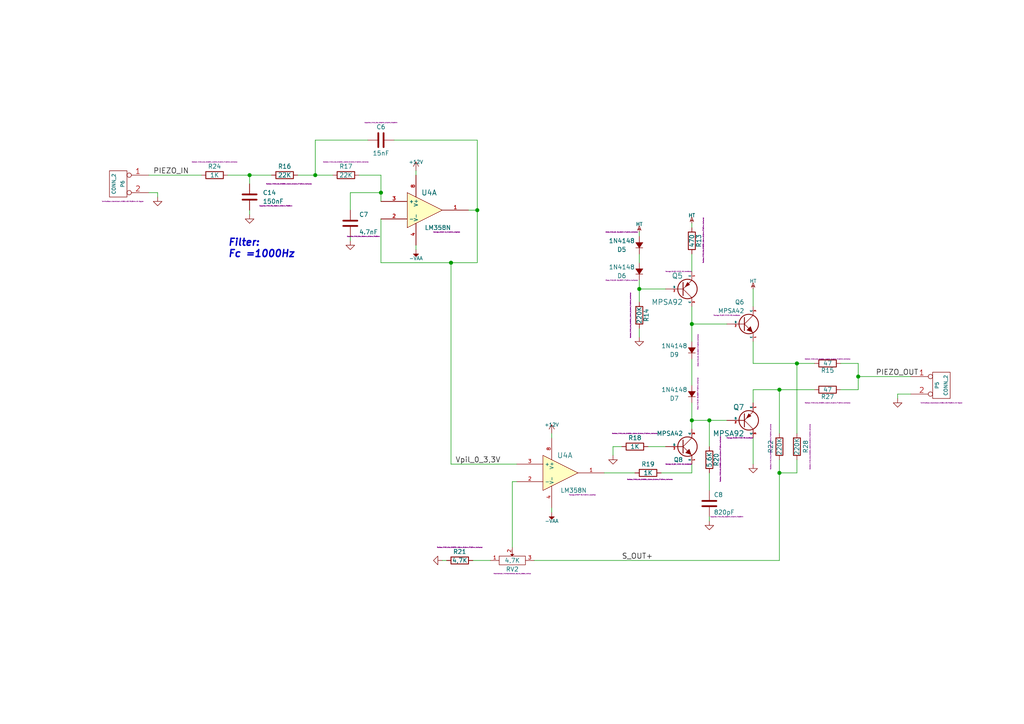
<source format=kicad_sch>
(kicad_sch (version 20210126) (generator eeschema)
  (paper "A4")
  (title_block (title "Complex hierarchy: demo") (date "2017-01-15") (rev "1"))
  (lib_symbols
    (symbol "complex_hierarchy_schlib:+12V" (power) (pin_names (offset 0))
      (property "Value" "+12V" (at 0 3.556 0))
      (symbol "+12V_0_1"
        (polyline (pts (xy -0.762 1.27) (xy 0 2.54)))
        (polyline (pts (xy 0 0) (xy 0 2.54)))
        (polyline (pts (xy 0 2.54) (xy 0.762 1.27)))
      )
      (symbol "+12V_1_1"
        (pin power_in line (at 0 0 90) (length 0) hide (name "+12V") (number "1"))
      )
    )
    (symbol "complex_hierarchy_schlib:-VAA" (power) (pin_names (offset 0))
      (property "Value" "-VAA" (at 0 2.54 0))
      (symbol "-VAA_0_0"
        (pin power_in line (at 0 0 90) (length 0) hide (name "-VAA") (number "1"))
      )
      (symbol "-VAA_0_1"
        (polyline (pts (xy 0 0) (xy 0 1.27) (xy 0 1.27)))
        (polyline (pts (xy 0 2.032) (xy 0.762 1.27) (xy -0.508 1.27) (xy -0.762 1.27) (xy 0 2.032) (xy 0 2.032) (xy 0 2.032)) (fill (type outline)))
      )
    )
    (symbol "complex_hierarchy_schlib:C" (pin_numbers hide) (pin_names (offset 0.254))
      (property "Reference" "C" (at 0.635 2.54 0))
      (property "Value" "C" (at 0.635 -2.54 0))
      (symbol "C_0_1"
        (polyline (pts (xy -2.032 -0.762) (xy 2.032 -0.762)) (stroke (width 0.508)))
        (polyline (pts (xy -2.032 0.762) (xy 2.032 0.762)) (stroke (width 0.508)))
      )
      (symbol "C_1_1"
        (pin passive line (at 0 3.81 270) (length 2.794) (name "~") (number "1"))
        (pin passive line (at 0 -3.81 90) (length 2.794) (name "~") (number "2"))
      )
    )
    (symbol "complex_hierarchy_schlib:CONN_2" (pin_names (offset 1.016) hide)
      (property "Reference" "P" (at -1.27 0 90))
      (property "Value" "CONN_2" (at 1.27 0 90))
      (symbol "CONN_2_0_1"
        (rectangle (start -2.54 3.81) (end 2.54 -3.81))
      )
      (symbol "CONN_2_1_1"
        (pin passive inverted (at -8.89 2.54 0) (length 6.35) (name "P1") (number "1"))
        (pin passive inverted (at -8.89 -2.54 0) (length 6.35) (name "PM") (number "2"))
      )
    )
    (symbol "complex_hierarchy_schlib:D_Small" (pin_numbers hide) (pin_names (offset 0.254) hide)
      (property "Reference" "D" (at -1.27 2.032 0))
      (property "Value" "D_Small" (at -3.81 -2.032 0))
      (symbol "D_Small_0_1"
        (polyline (pts (xy -0.762 -1.016) (xy -0.762 1.016)))
        (polyline (pts (xy 0.762 -1.016) (xy -0.762 0) (xy 0.762 1.016) (xy 0.762 -1.016)) (fill (type outline)))
      )
      (symbol "D_Small_1_1"
        (pin passive line (at -2.54 0 0) (length 1.778) (name "K") (number "1"))
        (pin passive line (at 2.54 0 180) (length 1.778) (name "A") (number "2"))
      )
    )
    (symbol "complex_hierarchy_schlib:GND" (power) (pin_names (offset 0))
      (property "Value" "GND" (at 0 -3.1242 0))
      (symbol "GND_0_1"
        (polyline (pts (xy 0 0) (xy 0 -1.27) (xy 1.27 -1.27) (xy 0 -2.54) (xy -1.27 -1.27) (xy 0 -1.27)))
      )
      (symbol "GND_1_1"
        (pin power_in line (at 0 0 270) (length 0) hide (name "GND") (number "1"))
      )
    )
    (symbol "complex_hierarchy_schlib:HT" (power) (pin_names (offset 0))
      (property "Value" "HT" (at 0 2.286 0))
      (symbol "HT_0_0"
        (pin power_in line (at 0 0 90) (length 0) hide (name "HT") (number "1"))
      )
      (symbol "HT_0_1"
        (polyline (pts (xy 0 0) (xy 0 1.016) (xy 0 1.016)))
        (polyline (pts (xy 0 1.016) (xy 0.508 0.508) (xy 0 1.778) (xy -0.508 0.508) (xy 0 1.016) (xy 0 1.016)))
      )
    )
    (symbol "complex_hierarchy_schlib:LM358N"
      (property "Reference" "U" (at -1.27 5.08 0))
      (property "Value" "LM358N" (at -1.27 -6.35 0))
      (symbol "LM358N_0_1"
        (polyline (pts (xy -5.08 5.08) (xy 5.08 0) (xy -5.08 -5.08) (xy -5.08 5.08)) (stroke (width 0.1524)) (fill (type background)))
        (pin power_in line (at -2.54 -10.16 90) (length 6.35) (name "V-") (number "4"))
        (pin power_in line (at -2.54 10.16 270) (length 6.35) (name "V+") (number "8"))
      )
      (symbol "LM358N_1_1"
        (pin output line (at 12.7 0 180) (length 7.62) (name "~") (number "1"))
        (pin input line (at -12.7 -2.54 0) (length 7.62) (name "-") (number "2"))
        (pin input line (at -12.7 2.54 0) (length 7.62) (name "+") (number "3"))
      )
      (symbol "LM358N_2_1"
        (pin input line (at -12.7 2.54 0) (length 7.62) (name "+") (number "5"))
        (pin input line (at -12.7 -2.54 0) (length 7.62) (name "-") (number "6"))
        (pin output line (at 12.7 0 180) (length 7.62) (name "~") (number "7"))
      )
    )
    (symbol "complex_hierarchy_schlib:MPSA42" (pin_names (offset 0))
      (property "Reference" "Q" (at 3.81 -3.81 0))
      (property "Value" "MPSA42" (at 3.81 3.81 0))
      (symbol "MPSA42_0_1"
        (circle (center 1.27 0) (radius 2.8194) (stroke (width 0.254)))
        (polyline (pts (xy 0 0) (xy 2.54 2.54)))
        (polyline (pts (xy 0 1.905) (xy 0 -1.905) (xy 0 -1.905)) (stroke (width 0.254)))
        (polyline (pts (xy 1.27 -1.27) (xy 0 0) (xy 0 0)))
        (polyline (pts (xy 2.286 -2.286) (xy 2.54 -2.54) (xy 2.54 -2.54)))
        (polyline (pts (xy 2.286 -2.286) (xy 1.778 -0.762) (xy 0.762 -1.778) (xy 2.286 -2.286) (xy 2.286 -2.286)) (fill (type outline)))
      )
      (symbol "MPSA42_1_1"
        (pin passive line (at 2.54 -5.08 90) (length 2.54) (name "E") (number "1"))
        (pin input line (at -5.08 0 0) (length 5.08) (name "B") (number "2"))
        (pin passive line (at 2.54 5.08 270) (length 2.54) (name "C") (number "3"))
      )
    )
    (symbol "complex_hierarchy_schlib:MPSA92" (pin_names (offset 0))
      (property "Reference" "Q" (at 3.81 -3.81 0))
      (property "Value" "MPSA92" (at 3.81 3.81 0))
      (symbol "MPSA92_0_1"
        (circle (center 1.27 0) (radius 2.8194) (stroke (width 0.254)))
        (polyline (pts (xy 0 0) (xy 2.54 2.54)))
        (polyline (pts (xy 0.635 -0.635) (xy 0 0) (xy 0 0)))
        (polyline (pts (xy 2.54 -2.54) (xy 1.651 -1.651) (xy 1.651 -1.651)))
        (polyline (pts (xy 0 1.905) (xy 0 -1.905) (xy 0 -1.905)) (stroke (width 0.254)) (fill (type outline)))
        (polyline (pts (xy 0.635 -0.635) (xy 1.27 -1.905) (xy 1.905 -1.27) (xy 0.635 -0.635) (xy 0.635 -0.635)) (fill (type outline)))
      )
      (symbol "MPSA92_1_1"
        (pin passive line (at 2.54 -5.08 90) (length 2.54) (name "E") (number "1"))
        (pin input line (at -5.08 0 0) (length 5.08) (name "B") (number "2"))
        (pin passive line (at 2.54 5.08 270) (length 2.54) (name "C") (number "3"))
      )
    )
    (symbol "complex_hierarchy_schlib:POT" (pin_names (offset 1.016) hide)
      (property "Reference" "RV" (at 0 -2.54 0))
      (property "Value" "POT" (at 0 0 0))
      (symbol "POT_0_1"
        (rectangle (start -3.81 1.27) (end 3.81 -1.27))
        (polyline (pts (xy 0 1.27) (xy -0.508 1.778) (xy 0.508 1.778)) (fill (type outline)))
      )
      (symbol "POT_1_1"
        (pin passive line (at -6.35 0 0) (length 2.54) (name "1") (number "1"))
        (pin passive line (at 0 3.81 270) (length 2.032) (name "2") (number "2"))
        (pin passive line (at 6.35 0 180) (length 2.54) (name "3") (number "3"))
      )
    )
    (symbol "complex_hierarchy_schlib:R" (pin_numbers hide) (pin_names (offset 0))
      (property "Reference" "R" (at 2.032 0 90))
      (property "Value" "R" (at 0 0 90))
      (symbol "R_0_1"
        (rectangle (start -1.016 -2.54) (end 1.016 2.54) (stroke (width 0.254)))
      )
      (symbol "R_1_1"
        (pin passive line (at 0 3.81 270) (length 1.27) (name "~") (number "1"))
        (pin passive line (at 0 -3.81 90) (length 1.27) (name "~") (number "2"))
      )
    )
  )
  (junction (at 72.39 50.8) (diameter 1.016))
  (junction (at 91.44 50.8) (diameter 1.016))
  (junction (at 110.49 55.88) (diameter 1.016))
  (junction (at 130.81 76.2) (diameter 1.016))
  (junction (at 138.43 60.96) (diameter 1.016))
  (junction (at 185.42 83.82) (diameter 1.016))
  (junction (at 200.66 93.98) (diameter 1.016))
  (junction (at 200.66 121.92) (diameter 1.016))
  (junction (at 205.74 121.92) (diameter 1.016))
  (junction (at 226.06 113.03) (diameter 1.016))
  (junction (at 226.06 137.16) (diameter 1.016))
  (junction (at 231.14 105.41) (diameter 1.016))
  (junction (at 248.92 109.22) (diameter 1.016))
  (wire (pts (xy 43.18 55.88) (xy 45.72 55.88)))
  (wire (pts (xy 45.72 55.88) (xy 45.72 57.15)))
  (wire (pts (xy 58.42 50.8) (xy 43.18 50.8)))
  (wire (pts (xy 66.04 50.8) (xy 72.39 50.8)))
  (wire (pts (xy 72.39 50.8) (xy 78.74 50.8)))
  (wire (pts (xy 72.39 53.34) (xy 72.39 50.8)))
  (wire (pts (xy 72.39 62.23) (xy 72.39 60.96)))
  (wire (pts (xy 86.36 50.8) (xy 91.44 50.8)))
  (wire (pts (xy 91.44 40.64) (xy 91.44 50.8)))
  (wire (pts (xy 91.44 50.8) (xy 96.52 50.8)))
  (wire (pts (xy 101.6 55.88) (xy 101.6 60.96)))
  (wire (pts (xy 101.6 69.85) (xy 101.6 68.58)))
  (wire (pts (xy 106.68 40.64) (xy 91.44 40.64)))
  (wire (pts (xy 110.49 50.8) (xy 104.14 50.8)))
  (wire (pts (xy 110.49 50.8) (xy 110.49 55.88)))
  (wire (pts (xy 110.49 55.88) (xy 101.6 55.88)))
  (wire (pts (xy 110.49 55.88) (xy 110.49 58.42)))
  (wire (pts (xy 110.49 63.5) (xy 110.49 76.2)))
  (wire (pts (xy 110.49 76.2) (xy 130.81 76.2)))
  (wire (pts (xy 120.65 49.53) (xy 120.65 50.8)))
  (wire (pts (xy 120.65 72.39) (xy 120.65 71.12)))
  (wire (pts (xy 128.27 162.56) (xy 129.54 162.56)))
  (wire (pts (xy 130.81 76.2) (xy 138.43 76.2)))
  (wire (pts (xy 130.81 134.62) (xy 130.81 76.2)))
  (wire (pts (xy 135.89 60.96) (xy 138.43 60.96)))
  (wire (pts (xy 137.16 162.56) (xy 142.24 162.56)))
  (wire (pts (xy 138.43 40.64) (xy 114.3 40.64)))
  (wire (pts (xy 138.43 60.96) (xy 138.43 40.64)))
  (wire (pts (xy 138.43 76.2) (xy 138.43 60.96)))
  (wire (pts (xy 148.59 139.7) (xy 149.86 139.7)))
  (wire (pts (xy 148.59 158.75) (xy 148.59 139.7)))
  (wire (pts (xy 149.86 134.62) (xy 130.81 134.62)))
  (wire (pts (xy 160.02 125.73) (xy 160.02 127)))
  (wire (pts (xy 160.02 148.59) (xy 160.02 147.32)))
  (wire (pts (xy 175.26 137.16) (xy 184.15 137.16)))
  (wire (pts (xy 177.8 129.54) (xy 177.8 132.08)))
  (wire (pts (xy 180.34 129.54) (xy 177.8 129.54)))
  (wire (pts (xy 185.42 68.58) (xy 185.42 67.31)))
  (wire (pts (xy 185.42 76.2) (xy 185.42 73.66)))
  (wire (pts (xy 185.42 81.28) (xy 185.42 83.82)))
  (wire (pts (xy 185.42 83.82) (xy 185.42 87.63)))
  (wire (pts (xy 185.42 95.25) (xy 185.42 97.79)))
  (wire (pts (xy 187.96 129.54) (xy 193.04 129.54)))
  (wire (pts (xy 193.04 83.82) (xy 185.42 83.82)))
  (wire (pts (xy 200.66 64.77) (xy 200.66 66.04)))
  (wire (pts (xy 200.66 73.66) (xy 200.66 78.74)))
  (wire (pts (xy 200.66 88.9) (xy 200.66 93.98)))
  (wire (pts (xy 200.66 93.98) (xy 200.66 99.06)))
  (wire (pts (xy 200.66 104.14) (xy 200.66 111.76)))
  (wire (pts (xy 200.66 116.84) (xy 200.66 121.92)))
  (wire (pts (xy 200.66 121.92) (xy 200.66 124.46)))
  (wire (pts (xy 200.66 121.92) (xy 205.74 121.92)))
  (wire (pts (xy 200.66 134.62) (xy 200.66 137.16)))
  (wire (pts (xy 200.66 137.16) (xy 191.77 137.16)))
  (wire (pts (xy 205.74 121.92) (xy 205.74 129.54)))
  (wire (pts (xy 205.74 121.92) (xy 210.82 121.92)))
  (wire (pts (xy 205.74 137.16) (xy 205.74 142.24)))
  (wire (pts (xy 205.74 149.86) (xy 205.74 151.13)))
  (wire (pts (xy 210.82 93.98) (xy 200.66 93.98)))
  (wire (pts (xy 218.44 83.82) (xy 218.44 88.9)))
  (wire (pts (xy 218.44 105.41) (xy 218.44 99.06)))
  (wire (pts (xy 218.44 105.41) (xy 231.14 105.41)))
  (wire (pts (xy 218.44 113.03) (xy 218.44 116.84)))
  (wire (pts (xy 218.44 113.03) (xy 226.06 113.03)))
  (wire (pts (xy 218.44 127) (xy 218.44 134.62)))
  (wire (pts (xy 226.06 113.03) (xy 226.06 125.73)))
  (wire (pts (xy 226.06 113.03) (xy 236.22 113.03)))
  (wire (pts (xy 226.06 133.35) (xy 226.06 137.16)))
  (wire (pts (xy 226.06 137.16) (xy 226.06 162.56)))
  (wire (pts (xy 226.06 137.16) (xy 231.14 137.16)))
  (wire (pts (xy 226.06 162.56) (xy 154.94 162.56)))
  (wire (pts (xy 231.14 105.41) (xy 236.22 105.41)))
  (wire (pts (xy 231.14 125.73) (xy 231.14 105.41)))
  (wire (pts (xy 231.14 137.16) (xy 231.14 133.35)))
  (wire (pts (xy 248.92 105.41) (xy 243.84 105.41)))
  (wire (pts (xy 248.92 105.41) (xy 248.92 109.22)))
  (wire (pts (xy 248.92 109.22) (xy 248.92 113.03)))
  (wire (pts (xy 248.92 109.22) (xy 264.16 109.22)))
  (wire (pts (xy 248.92 113.03) (xy 243.84 113.03)))
  (wire (pts (xy 260.35 114.3) (xy 260.35 115.57)))
  (wire (pts (xy 264.16 114.3) (xy 260.35 114.3)))
  (text "Filter:\nFc =1000Hz" (at 66.04 74.93 0) (effects (font (size 2.032 2.032) (thickness 0.4064) bold italic) (justify left bottom)))
  (label "PIEZO_IN" (at 44.45 50.8 0) (effects (font (size 1.524 1.524))))
  (label "Vpil_0_3,3V" (at 132.08 134.62 0) (effects (font (size 1.524 1.524))))
  (label "S_OUT+" (at 180.34 162.56 0) (effects (font (size 1.524 1.524))))
  (label "PIEZO_OUT" (at 254 109.22 0) (effects (font (size 1.524 1.524))))
  (symbol (lib_id "complex_hierarchy_schlib:HT") (at 185.42 67.31 0)
    (property "Reference" "#PWR031" (effects hide))
    (property "Value" "HT" (at 185.42 65.024 0) (effects (font (size 1.016 1.016))))
  )
  (symbol (lib_id "complex_hierarchy_schlib:HT") (at 200.66 64.77 0)
    (property "Reference" "#PWR032" (effects hide))
    (property "Value" "HT" (at 200.66 62.484 0) (effects (font (size 1.016 1.016))))
  )
  (symbol (lib_id "complex_hierarchy_schlib:HT") (at 218.44 83.82 0)
    (property "Reference" "#PWR033" (effects hide))
    (property "Value" "HT" (at 218.44 81.534 0) (effects (font (size 1.016 1.016))))
  )
  (symbol (lib_id "complex_hierarchy_schlib:-VAA") (at 120.65 72.39 180)
    (property "Reference" "#PWR022" (effects hide))
    (property "Value" "-VAA" (at 120.65 74.93 0) (effects (font (size 1.016 1.016))))
  )
  (symbol (lib_id "complex_hierarchy_schlib:-VAA") (at 160.02 148.59 180)
    (property "Reference" "#PWR021" (effects hide))
    (property "Value" "-VAA" (at 160.02 151.13 0) (effects (font (size 1.016 1.016))))
  )
  (symbol (lib_id "complex_hierarchy_schlib:+12V") (at 120.65 49.53 0)
    (property "Reference" "#U034" (effects hide))
    (property "Value" "+12V" (at 120.65 46.99 0) (effects (font (size 1.016 1.016))))
  )
  (symbol (lib_id "complex_hierarchy_schlib:+12V") (at 160.02 125.73 0)
    (property "Reference" "#U026" (effects hide))
    (property "Value" "+12V" (at 160.02 123.19 0) (effects (font (size 1.016 1.016))))
  )
  (symbol (lib_id "complex_hierarchy_schlib:GND") (at 45.72 57.15 0)
    (property "Reference" "#PWR027" (effects hide))
    (property "Value" "GND" (effects hide))
  )
  (symbol (lib_id "complex_hierarchy_schlib:GND") (at 72.39 62.23 0)
    (property "Reference" "#PWR020" (effects hide))
    (property "Value" "GND" (effects hide))
  )
  (symbol (lib_id "complex_hierarchy_schlib:GND") (at 101.6 69.85 0)
    (property "Reference" "#PWR028" (effects hide))
    (property "Value" "GND" (effects hide))
  )
  (symbol (lib_id "complex_hierarchy_schlib:GND") (at 128.27 162.56 270)
    (property "Reference" "#PWR030" (effects hide))
    (property "Value" "GND" (effects hide))
  )
  (symbol (lib_id "complex_hierarchy_schlib:GND") (at 177.8 132.08 0)
    (property "Reference" "#PWR024" (effects hide))
    (property "Value" "GND" (effects hide))
  )
  (symbol (lib_id "complex_hierarchy_schlib:GND") (at 185.42 97.79 0)
    (property "Reference" "#PWR025" (effects hide))
    (property "Value" "GND" (effects hide))
  )
  (symbol (lib_id "complex_hierarchy_schlib:GND") (at 205.74 151.13 0)
    (property "Reference" "#PWR019" (effects hide))
    (property "Value" "GND" (effects hide))
  )
  (symbol (lib_id "complex_hierarchy_schlib:GND") (at 218.44 134.62 0)
    (property "Reference" "#PWR023" (effects hide))
    (property "Value" "GND" (effects hide))
  )
  (symbol (lib_id "complex_hierarchy_schlib:GND") (at 260.35 115.57 0)
    (property "Reference" "#PWR029" (effects hide))
    (property "Value" "GND" (effects hide))
  )
  (symbol (lib_id "complex_hierarchy_schlib:D_Small") (at 185.42 71.12 90)
    (property "Reference" "D5" (at 180.34 72.39 90))
    (property "Value" "1N4148" (at 180.34 69.85 90))
    (property "Footprint" "Diode_THT:D_DO-35_SOD27_P7.62mm_Horizontal" (at 180.34 67.31 90) (effects (font (size 0.254 0.254))))
  )
  (symbol (lib_id "complex_hierarchy_schlib:D_Small") (at 185.42 78.74 90)
    (property "Reference" "D6" (at 180.34 80.01 90))
    (property "Value" "1N4148" (at 180.34 77.47 90))
    (property "Footprint" "Diode_THT:D_DO-35_SOD27_P7.62mm_Horizontal" (at 180.34 81.28 90) (effects (font (size 0.254 0.254))))
  )
  (symbol (lib_id "complex_hierarchy_schlib:D_Small") (at 200.66 101.6 90)
    (property "Reference" "D9" (at 195.58 102.87 90))
    (property "Value" "1N4148" (at 195.58 100.33 90))
    (property "Footprint" "Diode_THT:D_DO-35_SOD27_P7.62mm_Horizontal" (at 202.4634 101.5746 0) (effects (font (size 0.254 0.254))))
  )
  (symbol (lib_id "complex_hierarchy_schlib:D_Small") (at 200.66 114.3 90)
    (property "Reference" "D7" (at 195.58 115.57 90))
    (property "Value" "1N4148" (at 195.58 113.03 90))
    (property "Footprint" "Diode_THT:D_DO-35_SOD27_P7.62mm_Horizontal" (at 202.3872 114.1476 0) (effects (font (size 0.254 0.254))))
  )
  (symbol (lib_id "complex_hierarchy_schlib:R") (at 62.23 50.8 270)
    (property "Reference" "R24" (at 62.23 48.26 90))
    (property "Value" "1K" (at 62.23 50.8 90))
    (property "Footprint" "Resistor_THT:R_Axial_DIN0204_L3.6mm_D1.6mm_P7.62mm_Horizontal" (at 62.23 46.99 90) (effects (font (size 0.254 0.254))))
  )
  (symbol (lib_id "complex_hierarchy_schlib:R") (at 82.55 50.8 270)
    (property "Reference" "R16" (at 82.55 48.26 90))
    (property "Value" "22K" (at 82.55 50.8 90))
    (property "Footprint" "Resistor_THT:R_Axial_DIN0204_L3.6mm_D1.6mm_P7.62mm_Horizontal" (at 83.82 53.34 90) (effects (font (size 0.254 0.254))))
  )
  (symbol (lib_id "complex_hierarchy_schlib:R") (at 100.33 50.8 270)
    (property "Reference" "R17" (at 100.33 48.26 90))
    (property "Value" "22K" (at 100.33 50.8 90))
    (property "Footprint" "Resistor_THT:R_Axial_DIN0204_L3.6mm_D1.6mm_P7.62mm_Horizontal" (at 100.33 46.99 90) (effects (font (size 0.254 0.254))))
  )
  (symbol (lib_id "complex_hierarchy_schlib:R") (at 133.35 162.56 270)
    (property "Reference" "R21" (at 133.35 160.02 90))
    (property "Value" "4,7K" (at 133.35 162.56 90))
    (property "Footprint" "Resistor_THT:R_Axial_DIN0204_L3.6mm_D1.6mm_P7.62mm_Horizontal" (at 133.35 158.75 90) (effects (font (size 0.254 0.254))))
  )
  (symbol (lib_id "complex_hierarchy_schlib:R") (at 184.15 129.54 270)
    (property "Reference" "R18" (at 184.15 127 90))
    (property "Value" "1K" (at 184.15 129.54 90))
    (property "Footprint" "Resistor_THT:R_Axial_DIN0204_L3.6mm_D1.6mm_P7.62mm_Horizontal" (at 184.15 125.73 90) (effects (font (size 0.254 0.254))))
  )
  (symbol (lib_id "complex_hierarchy_schlib:R") (at 185.42 91.44 0)
    (property "Reference" "R14" (at 187.452 91.44 90))
    (property "Value" "220K" (at 185.42 91.44 90))
    (property "Footprint" "Resistor_THT:R_Axial_DIN0204_L3.6mm_D1.6mm_P7.62mm_Horizontal" (at 182.88 91.44 90) (effects (font (size 0.254 0.254))))
  )
  (symbol (lib_id "complex_hierarchy_schlib:R") (at 187.96 137.16 270)
    (property "Reference" "R19" (at 187.96 134.62 90))
    (property "Value" "1K" (at 187.96 137.16 90))
    (property "Footprint" "Resistor_THT:R_Axial_DIN0204_L3.6mm_D1.6mm_P7.62mm_Horizontal" (at 188.5188 139.065 90) (effects (font (size 0.254 0.254))))
  )
  (symbol (lib_id "complex_hierarchy_schlib:R") (at 200.66 69.85 0)
    (property "Reference" "R13" (at 202.692 69.85 90))
    (property "Value" "470" (at 200.66 69.85 90))
    (property "Footprint" "Resistor_THT:R_Axial_DIN0204_L3.6mm_D1.6mm_P7.62mm_Horizontal" (at 203.9874 69.6468 90) (effects (font (size 0.254 0.254))))
  )
  (symbol (lib_id "complex_hierarchy_schlib:R") (at 205.74 133.35 0)
    (property "Reference" "R20" (at 207.772 133.35 90))
    (property "Value" "5,6K" (at 205.74 133.35 90))
    (property "Footprint" "Resistor_THT:R_Axial_DIN0204_L3.6mm_D1.6mm_P7.62mm_Horizontal" (at 208.9404 133.1214 90) (effects (font (size 0.254 0.254))))
  )
  (symbol (lib_id "complex_hierarchy_schlib:R") (at 226.06 129.54 180)
    (property "Reference" "R22" (at 223.52 129.54 90))
    (property "Value" "220K" (at 226.06 129.54 90))
    (property "Footprint" "Resistor_THT:R_Axial_DIN0204_L3.6mm_D1.6mm_P7.62mm_Horizontal" (at 223.52 129.54 90) (effects (font (size 0.254 0.254))))
  )
  (symbol (lib_id "complex_hierarchy_schlib:R") (at 231.14 129.54 180)
    (property "Reference" "R28" (at 233.68 129.54 90))
    (property "Value" "220K" (at 231.14 129.54 90))
    (property "Footprint" "Resistor_THT:R_Axial_DIN0204_L3.6mm_D1.6mm_P7.62mm_Horizontal" (at 234.95 129.54 90) (effects (font (size 0.254 0.254))))
  )
  (symbol (lib_id "complex_hierarchy_schlib:R") (at 240.03 105.41 270)
    (property "Reference" "R15" (at 240.03 107.442 90))
    (property "Value" "47" (at 240.03 105.41 90))
    (property "Footprint" "Resistor_THT:R_Axial_DIN0204_L3.6mm_D1.6mm_P7.62mm_Horizontal" (at 240.03 104.14 90) (effects (font (size 0.254 0.254))))
  )
  (symbol (lib_id "complex_hierarchy_schlib:R") (at 240.03 113.03 270)
    (property "Reference" "R27" (at 240.03 115.062 90))
    (property "Value" "47" (at 240.03 113.03 90))
    (property "Footprint" "Resistor_THT:R_Axial_DIN0204_L3.6mm_D1.6mm_P7.62mm_Horizontal" (at 240.03 116.84 90) (effects (font (size 0.254 0.254))))
  )
  (symbol (lib_id "complex_hierarchy_schlib:C") (at 72.39 57.15 0)
    (property "Reference" "C14" (at 76.2 55.88 0) (effects (justify left)))
    (property "Value" "150nF" (at 76.2 58.42 0) (effects (justify left)))
    (property "Footprint" "Capacitor_THT:C_Disc_D5.0mm_W2.5mm_P5.00mm" (at 80.01 59.69 0) (effects (font (size 0.254 0.254))))
  )
  (symbol (lib_id "complex_hierarchy_schlib:C") (at 101.6 64.77 0)
    (property "Reference" "C7" (at 104.14 62.23 0) (effects (justify left)))
    (property "Value" "4.7nF" (at 104.14 67.31 0) (effects (justify left)))
    (property "Footprint" "Capacitor_THT:C_Disc_D5.0mm_W2.5mm_P5.00mm" (at 105.41 68.58 0) (effects (font (size 0.254 0.254))))
  )
  (symbol (lib_id "complex_hierarchy_schlib:C") (at 110.49 40.64 270)
    (property "Reference" "C6" (at 110.49 36.83 90))
    (property "Value" "15nF" (at 110.49 44.45 90))
    (property "Footprint" "Capacitor_THT:C_Disc_D5.0mm_W2.5mm_P5.00mm" (at 110.49 35.56 90) (effects (font (size 0.254 0.254))))
  )
  (symbol (lib_id "complex_hierarchy_schlib:C") (at 205.74 146.05 0)
    (property "Reference" "C8" (at 207.01 143.51 0) (effects (justify left)))
    (property "Value" "820pF" (at 207.01 148.59 0) (effects (justify left)))
    (property "Footprint" "Capacitor_THT:C_Disc_D5.0mm_W2.5mm_P5.00mm" (at 210.82 149.86 0) (effects (font (size 0.254 0.254))))
  )
  (symbol (lib_id "complex_hierarchy_schlib:POT") (at 148.59 162.56 0)
    (property "Reference" "RV2" (at 148.59 165.1 0))
    (property "Value" "4,7K" (at 148.59 162.56 0))
    (property "Footprint" "Potentiometer_THT:Potentiometer_Bourns_3266W_Vertical" (at 148.59 166.37 0) (effects (font (size 0.254 0.254))))
  )
  (symbol (lib_id "complex_hierarchy_schlib:CONN_2") (at 34.29 53.34 0) (mirror y)
    (property "Reference" "P6" (at 35.56 53.34 90) (effects (font (size 1.016 1.016))))
    (property "Value" "CONN_2" (at 33.02 53.34 90) (effects (font (size 1.016 1.016))))
    (property "Footprint" "TerminalBlock_Altech:Altech_AK300_1x02_P5.00mm_45-Degree" (at 35.56 58.42 0) (effects (font (size 0.254 0.254))))
  )
  (symbol (lib_id "complex_hierarchy_schlib:CONN_2") (at 273.05 111.76 0)
    (property "Reference" "P5" (at 271.78 111.76 90) (effects (font (size 1.016 1.016))))
    (property "Value" "CONN_2" (at 274.32 111.76 90) (effects (font (size 1.016 1.016))))
    (property "Footprint" "TerminalBlock_Altech:Altech_AK300_1x02_P5.00mm_45-Degree" (at 273.05 116.84 0) (effects (font (size 0.254 0.254))))
  )
  (symbol (lib_id "complex_hierarchy_schlib:MPSA92") (at 198.12 83.82 0) (mirror x)
    (property "Reference" "Q5" (at 198.12 80.01 0) (effects (font (size 1.524 1.524)) (justify right)))
    (property "Value" "MPSA92" (at 198.12 87.63 0) (effects (font (size 1.524 1.524)) (justify right)))
    (property "Footprint" "Package_TO_SOT_THT:TO-92_HandSolder" (at 196.85 78.74 0) (effects (font (size 0.254 0.254))))
  )
  (symbol (lib_id "complex_hierarchy_schlib:MPSA42") (at 198.12 129.54 0)
    (property "Reference" "Q8" (at 198.12 133.35 0) (effects (justify right)))
    (property "Value" "MPSA42" (at 198.12 125.73 0) (effects (justify right)))
    (property "Footprint" "Package_TO_SOT_THT:TO-92_HandSolder" (at 196.85 134.62 0) (effects (font (size 0.254 0.254))))
  )
  (symbol (lib_id "complex_hierarchy_schlib:MPSA42") (at 215.9 93.98 0)
    (property "Reference" "Q6" (at 215.9 87.63 0) (effects (justify right)))
    (property "Value" "MPSA42" (at 215.9 90.17 0) (effects (justify right)))
    (property "Footprint" "Package_TO_SOT_THT:TO-92_HandSolder" (at 210.82 91.44 0) (effects (font (size 0.254 0.254))))
  )
  (symbol (lib_id "complex_hierarchy_schlib:MPSA92") (at 215.9 121.92 0) (mirror x)
    (property "Reference" "Q7" (at 215.9 118.11 0) (effects (font (size 1.524 1.524)) (justify right)))
    (property "Value" "MPSA92" (at 215.9 125.73 0) (effects (font (size 1.524 1.524)) (justify right)))
    (property "Footprint" "Package_TO_SOT_THT:TO-92_HandSolder" (at 214.63 127 0) (effects (font (size 0.254 0.254))))
  )
  (symbol (lib_id "complex_hierarchy_schlib:LM358N") (at 123.19 60.96 0)
    (property "Reference" "U4" (at 124.46 55.88 0) (effects (font (size 1.524 1.524))))
    (property "Value" "LM358N" (at 127 66.04 0))
    (property "Footprint" "Package_DIP:DIP-8_W7.62mm_LongPads" (at 129.54 67.31 0) (effects (font (size 0.254 0.254))))
  )
  (symbol (lib_id "complex_hierarchy_schlib:LM358N") (at 162.56 137.16 0)
    (property "Reference" "U4" (at 163.83 132.08 0) (effects (font (size 1.524 1.524))))
    (property "Value" "LM358N" (at 166.37 142.24 0))
    (property "Footprint" "Package_DIP:DIP-8_W7.62mm_LongPads" (at 168.91 143.51 0) (effects (font (size 0.254 0.254))))
  )
)
</source>
